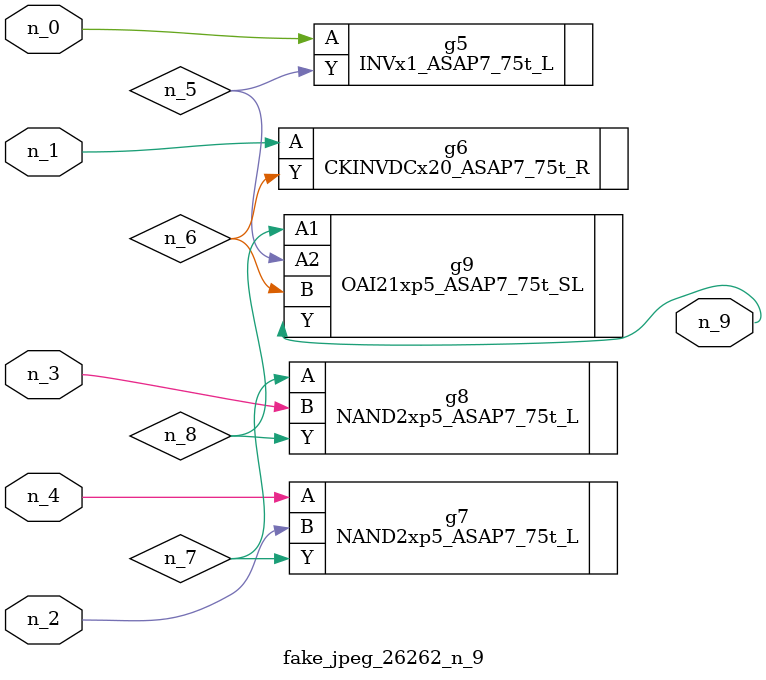
<source format=v>
module fake_jpeg_26262_n_9 (n_3, n_2, n_1, n_0, n_4, n_9);

input n_3;
input n_2;
input n_1;
input n_0;
input n_4;

output n_9;

wire n_8;
wire n_6;
wire n_5;
wire n_7;

INVx1_ASAP7_75t_L g5 ( 
.A(n_0),
.Y(n_5)
);

CKINVDCx20_ASAP7_75t_R g6 ( 
.A(n_1),
.Y(n_6)
);

NAND2xp5_ASAP7_75t_L g7 ( 
.A(n_4),
.B(n_2),
.Y(n_7)
);

NAND2xp5_ASAP7_75t_L g8 ( 
.A(n_7),
.B(n_3),
.Y(n_8)
);

OAI21xp5_ASAP7_75t_SL g9 ( 
.A1(n_8),
.A2(n_5),
.B(n_6),
.Y(n_9)
);


endmodule
</source>
